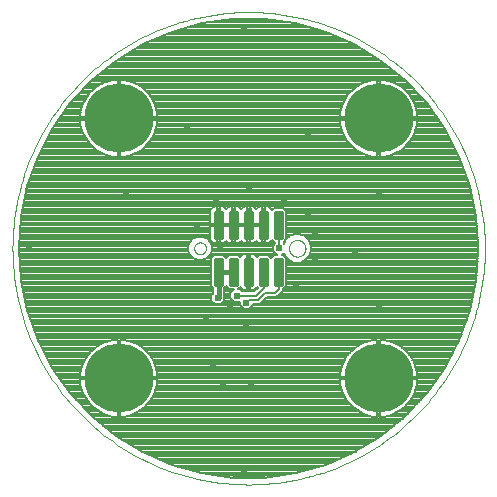
<source format=gbl>
G75*
%MOIN*%
%OFA0B0*%
%FSLAX25Y25*%
%IPPOS*%
%LPD*%
%AMOC8*
5,1,8,0,0,1.08239X$1,22.5*
%
%ADD10C,0.00394*%
%ADD11C,0.01575*%
%ADD12C,0.00000*%
%ADD13C,0.23000*%
%ADD14C,0.00787*%
%ADD15C,0.02381*%
D10*
X0001394Y0080134D02*
X0001418Y0082066D01*
X0001489Y0083998D01*
X0001607Y0085926D01*
X0001773Y0087852D01*
X0001986Y0089773D01*
X0002246Y0091688D01*
X0002553Y0093596D01*
X0002907Y0095495D01*
X0003307Y0097386D01*
X0003754Y0099266D01*
X0004246Y0101135D01*
X0004785Y0102991D01*
X0005368Y0104833D01*
X0005997Y0106661D01*
X0006670Y0108472D01*
X0007388Y0110266D01*
X0008149Y0112043D01*
X0008954Y0113800D01*
X0009802Y0115536D01*
X0010692Y0117252D01*
X0011623Y0118945D01*
X0012596Y0120614D01*
X0013610Y0122260D01*
X0014664Y0123880D01*
X0015757Y0125473D01*
X0016889Y0127039D01*
X0018060Y0128577D01*
X0019267Y0130086D01*
X0020511Y0131565D01*
X0021792Y0133013D01*
X0023107Y0134428D01*
X0024456Y0135812D01*
X0025840Y0137161D01*
X0027255Y0138476D01*
X0028703Y0139757D01*
X0030182Y0141001D01*
X0031691Y0142208D01*
X0033229Y0143379D01*
X0034795Y0144511D01*
X0036388Y0145604D01*
X0038008Y0146658D01*
X0039654Y0147672D01*
X0041323Y0148645D01*
X0043016Y0149576D01*
X0044732Y0150466D01*
X0046468Y0151314D01*
X0048225Y0152119D01*
X0050002Y0152880D01*
X0051796Y0153598D01*
X0053607Y0154271D01*
X0055435Y0154900D01*
X0057277Y0155483D01*
X0059133Y0156022D01*
X0061002Y0156514D01*
X0062882Y0156961D01*
X0064773Y0157361D01*
X0066672Y0157715D01*
X0068580Y0158022D01*
X0070495Y0158282D01*
X0072416Y0158495D01*
X0074342Y0158661D01*
X0076270Y0158779D01*
X0078202Y0158850D01*
X0080134Y0158874D01*
X0082066Y0158850D01*
X0083998Y0158779D01*
X0085926Y0158661D01*
X0087852Y0158495D01*
X0089773Y0158282D01*
X0091688Y0158022D01*
X0093596Y0157715D01*
X0095495Y0157361D01*
X0097386Y0156961D01*
X0099266Y0156514D01*
X0101135Y0156022D01*
X0102991Y0155483D01*
X0104833Y0154900D01*
X0106661Y0154271D01*
X0108472Y0153598D01*
X0110266Y0152880D01*
X0112043Y0152119D01*
X0113800Y0151314D01*
X0115536Y0150466D01*
X0117252Y0149576D01*
X0118945Y0148645D01*
X0120614Y0147672D01*
X0122260Y0146658D01*
X0123880Y0145604D01*
X0125473Y0144511D01*
X0127039Y0143379D01*
X0128577Y0142208D01*
X0130086Y0141001D01*
X0131565Y0139757D01*
X0133013Y0138476D01*
X0134428Y0137161D01*
X0135812Y0135812D01*
X0137161Y0134428D01*
X0138476Y0133013D01*
X0139757Y0131565D01*
X0141001Y0130086D01*
X0142208Y0128577D01*
X0143379Y0127039D01*
X0144511Y0125473D01*
X0145604Y0123880D01*
X0146658Y0122260D01*
X0147672Y0120614D01*
X0148645Y0118945D01*
X0149576Y0117252D01*
X0150466Y0115536D01*
X0151314Y0113800D01*
X0152119Y0112043D01*
X0152880Y0110266D01*
X0153598Y0108472D01*
X0154271Y0106661D01*
X0154900Y0104833D01*
X0155483Y0102991D01*
X0156022Y0101135D01*
X0156514Y0099266D01*
X0156961Y0097386D01*
X0157361Y0095495D01*
X0157715Y0093596D01*
X0158022Y0091688D01*
X0158282Y0089773D01*
X0158495Y0087852D01*
X0158661Y0085926D01*
X0158779Y0083998D01*
X0158850Y0082066D01*
X0158874Y0080134D01*
X0158850Y0078202D01*
X0158779Y0076270D01*
X0158661Y0074342D01*
X0158495Y0072416D01*
X0158282Y0070495D01*
X0158022Y0068580D01*
X0157715Y0066672D01*
X0157361Y0064773D01*
X0156961Y0062882D01*
X0156514Y0061002D01*
X0156022Y0059133D01*
X0155483Y0057277D01*
X0154900Y0055435D01*
X0154271Y0053607D01*
X0153598Y0051796D01*
X0152880Y0050002D01*
X0152119Y0048225D01*
X0151314Y0046468D01*
X0150466Y0044732D01*
X0149576Y0043016D01*
X0148645Y0041323D01*
X0147672Y0039654D01*
X0146658Y0038008D01*
X0145604Y0036388D01*
X0144511Y0034795D01*
X0143379Y0033229D01*
X0142208Y0031691D01*
X0141001Y0030182D01*
X0139757Y0028703D01*
X0138476Y0027255D01*
X0137161Y0025840D01*
X0135812Y0024456D01*
X0134428Y0023107D01*
X0133013Y0021792D01*
X0131565Y0020511D01*
X0130086Y0019267D01*
X0128577Y0018060D01*
X0127039Y0016889D01*
X0125473Y0015757D01*
X0123880Y0014664D01*
X0122260Y0013610D01*
X0120614Y0012596D01*
X0118945Y0011623D01*
X0117252Y0010692D01*
X0115536Y0009802D01*
X0113800Y0008954D01*
X0112043Y0008149D01*
X0110266Y0007388D01*
X0108472Y0006670D01*
X0106661Y0005997D01*
X0104833Y0005368D01*
X0102991Y0004785D01*
X0101135Y0004246D01*
X0099266Y0003754D01*
X0097386Y0003307D01*
X0095495Y0002907D01*
X0093596Y0002553D01*
X0091688Y0002246D01*
X0089773Y0001986D01*
X0087852Y0001773D01*
X0085926Y0001607D01*
X0083998Y0001489D01*
X0082066Y0001418D01*
X0080134Y0001394D01*
X0078202Y0001418D01*
X0076270Y0001489D01*
X0074342Y0001607D01*
X0072416Y0001773D01*
X0070495Y0001986D01*
X0068580Y0002246D01*
X0066672Y0002553D01*
X0064773Y0002907D01*
X0062882Y0003307D01*
X0061002Y0003754D01*
X0059133Y0004246D01*
X0057277Y0004785D01*
X0055435Y0005368D01*
X0053607Y0005997D01*
X0051796Y0006670D01*
X0050002Y0007388D01*
X0048225Y0008149D01*
X0046468Y0008954D01*
X0044732Y0009802D01*
X0043016Y0010692D01*
X0041323Y0011623D01*
X0039654Y0012596D01*
X0038008Y0013610D01*
X0036388Y0014664D01*
X0034795Y0015757D01*
X0033229Y0016889D01*
X0031691Y0018060D01*
X0030182Y0019267D01*
X0028703Y0020511D01*
X0027255Y0021792D01*
X0025840Y0023107D01*
X0024456Y0024456D01*
X0023107Y0025840D01*
X0021792Y0027255D01*
X0020511Y0028703D01*
X0019267Y0030182D01*
X0018060Y0031691D01*
X0016889Y0033229D01*
X0015757Y0034795D01*
X0014664Y0036388D01*
X0013610Y0038008D01*
X0012596Y0039654D01*
X0011623Y0041323D01*
X0010692Y0043016D01*
X0009802Y0044732D01*
X0008954Y0046468D01*
X0008149Y0048225D01*
X0007388Y0050002D01*
X0006670Y0051796D01*
X0005997Y0053607D01*
X0005368Y0055435D01*
X0004785Y0057277D01*
X0004246Y0059133D01*
X0003754Y0061002D01*
X0003307Y0062882D01*
X0002907Y0064773D01*
X0002553Y0066672D01*
X0002246Y0068580D01*
X0001986Y0070495D01*
X0001773Y0072416D01*
X0001607Y0074342D01*
X0001489Y0076270D01*
X0001418Y0078202D01*
X0001394Y0080134D01*
D11*
X0069346Y0091945D02*
X0070922Y0091945D01*
X0070922Y0084071D01*
X0069346Y0084071D01*
X0069346Y0091945D01*
X0069346Y0085645D02*
X0070922Y0085645D01*
X0070922Y0087219D02*
X0069346Y0087219D01*
X0069346Y0088793D02*
X0070922Y0088793D01*
X0070922Y0090367D02*
X0069346Y0090367D01*
X0069346Y0091941D02*
X0070922Y0091941D01*
X0074346Y0091945D02*
X0075922Y0091945D01*
X0075922Y0084071D01*
X0074346Y0084071D01*
X0074346Y0091945D01*
X0074346Y0085645D02*
X0075922Y0085645D01*
X0075922Y0087219D02*
X0074346Y0087219D01*
X0074346Y0088793D02*
X0075922Y0088793D01*
X0075922Y0090367D02*
X0074346Y0090367D01*
X0074346Y0091941D02*
X0075922Y0091941D01*
X0079346Y0091945D02*
X0080922Y0091945D01*
X0080922Y0084071D01*
X0079346Y0084071D01*
X0079346Y0091945D01*
X0079346Y0085645D02*
X0080922Y0085645D01*
X0080922Y0087219D02*
X0079346Y0087219D01*
X0079346Y0088793D02*
X0080922Y0088793D01*
X0080922Y0090367D02*
X0079346Y0090367D01*
X0079346Y0091941D02*
X0080922Y0091941D01*
X0084346Y0091945D02*
X0085922Y0091945D01*
X0085922Y0084071D01*
X0084346Y0084071D01*
X0084346Y0091945D01*
X0084346Y0085645D02*
X0085922Y0085645D01*
X0085922Y0087219D02*
X0084346Y0087219D01*
X0084346Y0088793D02*
X0085922Y0088793D01*
X0085922Y0090367D02*
X0084346Y0090367D01*
X0084346Y0091941D02*
X0085922Y0091941D01*
X0089346Y0091945D02*
X0090922Y0091945D01*
X0090922Y0084071D01*
X0089346Y0084071D01*
X0089346Y0091945D01*
X0089346Y0085645D02*
X0090922Y0085645D01*
X0090922Y0087219D02*
X0089346Y0087219D01*
X0089346Y0088793D02*
X0090922Y0088793D01*
X0090922Y0090367D02*
X0089346Y0090367D01*
X0089346Y0091941D02*
X0090922Y0091941D01*
X0090922Y0076197D02*
X0089346Y0076197D01*
X0090922Y0076197D02*
X0090922Y0068323D01*
X0089346Y0068323D01*
X0089346Y0076197D01*
X0089346Y0069897D02*
X0090922Y0069897D01*
X0090922Y0071471D02*
X0089346Y0071471D01*
X0089346Y0073045D02*
X0090922Y0073045D01*
X0090922Y0074619D02*
X0089346Y0074619D01*
X0089346Y0076193D02*
X0090922Y0076193D01*
X0085922Y0076197D02*
X0084346Y0076197D01*
X0085922Y0076197D02*
X0085922Y0068323D01*
X0084346Y0068323D01*
X0084346Y0076197D01*
X0084346Y0069897D02*
X0085922Y0069897D01*
X0085922Y0071471D02*
X0084346Y0071471D01*
X0084346Y0073045D02*
X0085922Y0073045D01*
X0085922Y0074619D02*
X0084346Y0074619D01*
X0084346Y0076193D02*
X0085922Y0076193D01*
X0080922Y0076197D02*
X0079346Y0076197D01*
X0080922Y0076197D02*
X0080922Y0068323D01*
X0079346Y0068323D01*
X0079346Y0076197D01*
X0079346Y0069897D02*
X0080922Y0069897D01*
X0080922Y0071471D02*
X0079346Y0071471D01*
X0079346Y0073045D02*
X0080922Y0073045D01*
X0080922Y0074619D02*
X0079346Y0074619D01*
X0079346Y0076193D02*
X0080922Y0076193D01*
X0075922Y0076197D02*
X0074346Y0076197D01*
X0075922Y0076197D02*
X0075922Y0068323D01*
X0074346Y0068323D01*
X0074346Y0076197D01*
X0074346Y0069897D02*
X0075922Y0069897D01*
X0075922Y0071471D02*
X0074346Y0071471D01*
X0074346Y0073045D02*
X0075922Y0073045D01*
X0075922Y0074619D02*
X0074346Y0074619D01*
X0074346Y0076193D02*
X0075922Y0076193D01*
X0075134Y0072260D02*
X0070134Y0072260D01*
X0069346Y0076197D02*
X0070922Y0076197D01*
X0070922Y0068323D01*
X0069346Y0068323D01*
X0069346Y0076197D01*
X0069346Y0069897D02*
X0070922Y0069897D01*
X0070922Y0071471D02*
X0069346Y0071471D01*
X0069346Y0073045D02*
X0070922Y0073045D01*
X0070922Y0074619D02*
X0069346Y0074619D01*
X0069346Y0076193D02*
X0070922Y0076193D01*
X0070134Y0072260D02*
X0070134Y0063835D01*
X0069898Y0063598D01*
D12*
X0061964Y0080134D02*
X0061966Y0080222D01*
X0061972Y0080310D01*
X0061982Y0080398D01*
X0061996Y0080486D01*
X0062013Y0080572D01*
X0062035Y0080658D01*
X0062060Y0080742D01*
X0062090Y0080826D01*
X0062122Y0080908D01*
X0062159Y0080988D01*
X0062199Y0081067D01*
X0062243Y0081144D01*
X0062290Y0081219D01*
X0062340Y0081291D01*
X0062394Y0081362D01*
X0062450Y0081429D01*
X0062510Y0081495D01*
X0062572Y0081557D01*
X0062638Y0081617D01*
X0062705Y0081673D01*
X0062776Y0081727D01*
X0062848Y0081777D01*
X0062923Y0081824D01*
X0063000Y0081868D01*
X0063079Y0081908D01*
X0063159Y0081945D01*
X0063241Y0081977D01*
X0063325Y0082007D01*
X0063409Y0082032D01*
X0063495Y0082054D01*
X0063581Y0082071D01*
X0063669Y0082085D01*
X0063757Y0082095D01*
X0063845Y0082101D01*
X0063933Y0082103D01*
X0064021Y0082101D01*
X0064109Y0082095D01*
X0064197Y0082085D01*
X0064285Y0082071D01*
X0064371Y0082054D01*
X0064457Y0082032D01*
X0064541Y0082007D01*
X0064625Y0081977D01*
X0064707Y0081945D01*
X0064787Y0081908D01*
X0064866Y0081868D01*
X0064943Y0081824D01*
X0065018Y0081777D01*
X0065090Y0081727D01*
X0065161Y0081673D01*
X0065228Y0081617D01*
X0065294Y0081557D01*
X0065356Y0081495D01*
X0065416Y0081429D01*
X0065472Y0081362D01*
X0065526Y0081291D01*
X0065576Y0081219D01*
X0065623Y0081144D01*
X0065667Y0081067D01*
X0065707Y0080988D01*
X0065744Y0080908D01*
X0065776Y0080826D01*
X0065806Y0080742D01*
X0065831Y0080658D01*
X0065853Y0080572D01*
X0065870Y0080486D01*
X0065884Y0080398D01*
X0065894Y0080310D01*
X0065900Y0080222D01*
X0065902Y0080134D01*
X0065900Y0080046D01*
X0065894Y0079958D01*
X0065884Y0079870D01*
X0065870Y0079782D01*
X0065853Y0079696D01*
X0065831Y0079610D01*
X0065806Y0079526D01*
X0065776Y0079442D01*
X0065744Y0079360D01*
X0065707Y0079280D01*
X0065667Y0079201D01*
X0065623Y0079124D01*
X0065576Y0079049D01*
X0065526Y0078977D01*
X0065472Y0078906D01*
X0065416Y0078839D01*
X0065356Y0078773D01*
X0065294Y0078711D01*
X0065228Y0078651D01*
X0065161Y0078595D01*
X0065090Y0078541D01*
X0065018Y0078491D01*
X0064943Y0078444D01*
X0064866Y0078400D01*
X0064787Y0078360D01*
X0064707Y0078323D01*
X0064625Y0078291D01*
X0064541Y0078261D01*
X0064457Y0078236D01*
X0064371Y0078214D01*
X0064285Y0078197D01*
X0064197Y0078183D01*
X0064109Y0078173D01*
X0064021Y0078167D01*
X0063933Y0078165D01*
X0063845Y0078167D01*
X0063757Y0078173D01*
X0063669Y0078183D01*
X0063581Y0078197D01*
X0063495Y0078214D01*
X0063409Y0078236D01*
X0063325Y0078261D01*
X0063241Y0078291D01*
X0063159Y0078323D01*
X0063079Y0078360D01*
X0063000Y0078400D01*
X0062923Y0078444D01*
X0062848Y0078491D01*
X0062776Y0078541D01*
X0062705Y0078595D01*
X0062638Y0078651D01*
X0062572Y0078711D01*
X0062510Y0078773D01*
X0062450Y0078839D01*
X0062394Y0078906D01*
X0062340Y0078977D01*
X0062290Y0079049D01*
X0062243Y0079124D01*
X0062199Y0079201D01*
X0062159Y0079280D01*
X0062122Y0079360D01*
X0062090Y0079442D01*
X0062060Y0079526D01*
X0062035Y0079610D01*
X0062013Y0079696D01*
X0061996Y0079782D01*
X0061982Y0079870D01*
X0061972Y0079958D01*
X0061966Y0080046D01*
X0061964Y0080134D01*
X0093579Y0080134D02*
X0093581Y0080239D01*
X0093587Y0080344D01*
X0093597Y0080448D01*
X0093611Y0080552D01*
X0093629Y0080656D01*
X0093651Y0080758D01*
X0093676Y0080860D01*
X0093706Y0080961D01*
X0093739Y0081060D01*
X0093776Y0081158D01*
X0093817Y0081255D01*
X0093862Y0081350D01*
X0093910Y0081443D01*
X0093961Y0081535D01*
X0094017Y0081624D01*
X0094075Y0081711D01*
X0094137Y0081796D01*
X0094201Y0081879D01*
X0094269Y0081959D01*
X0094340Y0082036D01*
X0094414Y0082110D01*
X0094491Y0082182D01*
X0094570Y0082251D01*
X0094652Y0082316D01*
X0094736Y0082379D01*
X0094823Y0082438D01*
X0094912Y0082494D01*
X0095003Y0082547D01*
X0095096Y0082596D01*
X0095190Y0082641D01*
X0095286Y0082683D01*
X0095384Y0082721D01*
X0095483Y0082755D01*
X0095584Y0082786D01*
X0095685Y0082812D01*
X0095788Y0082835D01*
X0095891Y0082854D01*
X0095995Y0082869D01*
X0096099Y0082880D01*
X0096204Y0082887D01*
X0096309Y0082890D01*
X0096414Y0082889D01*
X0096519Y0082884D01*
X0096623Y0082875D01*
X0096727Y0082862D01*
X0096831Y0082845D01*
X0096934Y0082824D01*
X0097036Y0082799D01*
X0097137Y0082771D01*
X0097236Y0082738D01*
X0097335Y0082702D01*
X0097432Y0082662D01*
X0097527Y0082619D01*
X0097621Y0082571D01*
X0097713Y0082521D01*
X0097803Y0082467D01*
X0097891Y0082409D01*
X0097976Y0082348D01*
X0098059Y0082284D01*
X0098140Y0082217D01*
X0098218Y0082147D01*
X0098293Y0082073D01*
X0098365Y0081998D01*
X0098435Y0081919D01*
X0098501Y0081838D01*
X0098565Y0081754D01*
X0098625Y0081668D01*
X0098681Y0081580D01*
X0098735Y0081489D01*
X0098785Y0081397D01*
X0098831Y0081303D01*
X0098874Y0081207D01*
X0098913Y0081109D01*
X0098948Y0081011D01*
X0098979Y0080910D01*
X0099007Y0080809D01*
X0099031Y0080707D01*
X0099051Y0080604D01*
X0099067Y0080500D01*
X0099079Y0080396D01*
X0099087Y0080291D01*
X0099091Y0080186D01*
X0099091Y0080082D01*
X0099087Y0079977D01*
X0099079Y0079872D01*
X0099067Y0079768D01*
X0099051Y0079664D01*
X0099031Y0079561D01*
X0099007Y0079459D01*
X0098979Y0079358D01*
X0098948Y0079257D01*
X0098913Y0079159D01*
X0098874Y0079061D01*
X0098831Y0078965D01*
X0098785Y0078871D01*
X0098735Y0078779D01*
X0098681Y0078688D01*
X0098625Y0078600D01*
X0098565Y0078514D01*
X0098501Y0078430D01*
X0098435Y0078349D01*
X0098365Y0078270D01*
X0098293Y0078195D01*
X0098218Y0078121D01*
X0098140Y0078051D01*
X0098059Y0077984D01*
X0097976Y0077920D01*
X0097891Y0077859D01*
X0097803Y0077801D01*
X0097713Y0077747D01*
X0097621Y0077697D01*
X0097527Y0077649D01*
X0097432Y0077606D01*
X0097335Y0077566D01*
X0097236Y0077530D01*
X0097137Y0077497D01*
X0097036Y0077469D01*
X0096934Y0077444D01*
X0096831Y0077423D01*
X0096727Y0077406D01*
X0096623Y0077393D01*
X0096519Y0077384D01*
X0096414Y0077379D01*
X0096309Y0077378D01*
X0096204Y0077381D01*
X0096099Y0077388D01*
X0095995Y0077399D01*
X0095891Y0077414D01*
X0095788Y0077433D01*
X0095685Y0077456D01*
X0095584Y0077482D01*
X0095483Y0077513D01*
X0095384Y0077547D01*
X0095286Y0077585D01*
X0095190Y0077627D01*
X0095096Y0077672D01*
X0095003Y0077721D01*
X0094912Y0077774D01*
X0094823Y0077830D01*
X0094736Y0077889D01*
X0094652Y0077952D01*
X0094570Y0078017D01*
X0094491Y0078086D01*
X0094414Y0078158D01*
X0094340Y0078232D01*
X0094269Y0078309D01*
X0094201Y0078389D01*
X0094137Y0078472D01*
X0094075Y0078557D01*
X0094017Y0078644D01*
X0093961Y0078733D01*
X0093910Y0078825D01*
X0093862Y0078918D01*
X0093817Y0079013D01*
X0093776Y0079110D01*
X0093739Y0079208D01*
X0093706Y0079307D01*
X0093676Y0079408D01*
X0093651Y0079510D01*
X0093629Y0079612D01*
X0093611Y0079716D01*
X0093597Y0079820D01*
X0093587Y0079924D01*
X0093581Y0080029D01*
X0093579Y0080134D01*
D13*
X0123441Y0123441D03*
X0123441Y0036827D03*
X0036827Y0036827D03*
X0036827Y0123441D03*
D14*
X0031756Y0024971D02*
X0027120Y0024971D01*
X0027854Y0024185D02*
X0034289Y0024185D01*
X0033690Y0024304D02*
X0034933Y0024057D01*
X0036193Y0023933D01*
X0036433Y0023933D01*
X0036433Y0036433D01*
X0037220Y0036433D01*
X0037220Y0023933D01*
X0037460Y0023933D01*
X0038721Y0024057D01*
X0039963Y0024304D01*
X0041176Y0024672D01*
X0042346Y0025157D01*
X0043463Y0025754D01*
X0044517Y0026458D01*
X0045496Y0027262D01*
X0046392Y0028157D01*
X0047196Y0029137D01*
X0047899Y0030190D01*
X0048497Y0031307D01*
X0048981Y0032478D01*
X0049349Y0033690D01*
X0049596Y0034933D01*
X0049720Y0036193D01*
X0049720Y0036433D01*
X0037221Y0036433D01*
X0037221Y0037220D01*
X0049720Y0037220D01*
X0049720Y0037460D01*
X0049596Y0038721D01*
X0049349Y0039963D01*
X0048981Y0041176D01*
X0048497Y0042346D01*
X0047899Y0043463D01*
X0047196Y0044517D01*
X0046392Y0045496D01*
X0045496Y0046392D01*
X0044517Y0047196D01*
X0043463Y0047899D01*
X0042346Y0048497D01*
X0041176Y0048981D01*
X0039963Y0049349D01*
X0038721Y0049596D01*
X0037460Y0049720D01*
X0037220Y0049720D01*
X0037220Y0037221D01*
X0036433Y0037221D01*
X0036433Y0049720D01*
X0036193Y0049720D01*
X0034933Y0049596D01*
X0033690Y0049349D01*
X0032478Y0048981D01*
X0031307Y0048497D01*
X0030190Y0047899D01*
X0029137Y0047196D01*
X0028157Y0046392D01*
X0027262Y0045496D01*
X0026458Y0044517D01*
X0025754Y0043463D01*
X0025157Y0042346D01*
X0024672Y0041176D01*
X0024304Y0039963D01*
X0024057Y0038721D01*
X0023933Y0037460D01*
X0023933Y0037220D01*
X0036433Y0037220D01*
X0036433Y0036433D01*
X0023933Y0036433D01*
X0023933Y0036193D01*
X0024057Y0034933D01*
X0024304Y0033690D01*
X0024672Y0032478D01*
X0025157Y0031307D01*
X0025754Y0030190D01*
X0026458Y0029137D01*
X0027262Y0028157D01*
X0028157Y0027262D01*
X0029137Y0026458D01*
X0030190Y0025754D01*
X0031307Y0025157D01*
X0032478Y0024672D01*
X0033690Y0024304D01*
X0036433Y0024185D02*
X0037220Y0024185D01*
X0037220Y0024971D02*
X0036433Y0024971D01*
X0036433Y0025757D02*
X0037220Y0025757D01*
X0037220Y0026543D02*
X0036433Y0026543D01*
X0036433Y0027329D02*
X0037220Y0027329D01*
X0037220Y0028115D02*
X0036433Y0028115D01*
X0036433Y0028901D02*
X0037220Y0028901D01*
X0037220Y0029687D02*
X0036433Y0029687D01*
X0036433Y0030472D02*
X0037220Y0030472D01*
X0037220Y0031258D02*
X0036433Y0031258D01*
X0036433Y0032044D02*
X0037220Y0032044D01*
X0037220Y0032830D02*
X0036433Y0032830D01*
X0036433Y0033616D02*
X0037220Y0033616D01*
X0037220Y0034402D02*
X0036433Y0034402D01*
X0036433Y0035188D02*
X0037220Y0035188D01*
X0037220Y0035974D02*
X0036433Y0035974D01*
X0036433Y0036760D02*
X0017239Y0036760D01*
X0016684Y0037546D02*
X0023941Y0037546D01*
X0024019Y0038332D02*
X0016129Y0038332D01*
X0015575Y0039118D02*
X0024136Y0039118D01*
X0024292Y0039903D02*
X0015020Y0039903D01*
X0014707Y0040347D02*
X0009899Y0049626D01*
X0006399Y0059474D01*
X0004272Y0069707D01*
X0003559Y0080134D01*
X0004272Y0090561D01*
X0006399Y0100793D01*
X0009899Y0110641D01*
X0014707Y0119921D01*
X0020734Y0128459D01*
X0027867Y0136097D01*
X0035975Y0142693D01*
X0044904Y0148123D01*
X0054491Y0152287D01*
X0064554Y0155107D01*
X0074908Y0156530D01*
X0085359Y0156530D01*
X0095713Y0155107D01*
X0105777Y0152287D01*
X0115363Y0148123D01*
X0124293Y0142693D01*
X0132400Y0136097D01*
X0139534Y0128459D01*
X0145561Y0119921D01*
X0150369Y0110641D01*
X0153869Y0100793D01*
X0155995Y0090561D01*
X0156709Y0080134D01*
X0155995Y0069707D01*
X0153869Y0059474D01*
X0150369Y0049626D01*
X0145561Y0040347D01*
X0139534Y0031808D01*
X0132400Y0024170D01*
X0124293Y0017575D01*
X0115363Y0012144D01*
X0105777Y0007980D01*
X0095713Y0005161D01*
X0085360Y0003738D01*
X0074908Y0003738D01*
X0064554Y0005161D01*
X0054491Y0007980D01*
X0044904Y0012144D01*
X0035975Y0017575D01*
X0027867Y0024170D01*
X0020734Y0031808D01*
X0014707Y0040347D01*
X0014529Y0040689D02*
X0024525Y0040689D01*
X0024796Y0041475D02*
X0014122Y0041475D01*
X0013715Y0042261D02*
X0025122Y0042261D01*
X0025532Y0043047D02*
X0013308Y0043047D01*
X0012900Y0043833D02*
X0026001Y0043833D01*
X0026542Y0044619D02*
X0012493Y0044619D01*
X0012086Y0045405D02*
X0027187Y0045405D01*
X0027956Y0046191D02*
X0011679Y0046191D01*
X0011272Y0046977D02*
X0028870Y0046977D01*
X0029985Y0047763D02*
X0010864Y0047763D01*
X0010457Y0048548D02*
X0031433Y0048548D01*
X0033641Y0049334D02*
X0010050Y0049334D01*
X0009723Y0050120D02*
X0150545Y0050120D01*
X0150824Y0050906D02*
X0009444Y0050906D01*
X0009164Y0051692D02*
X0151103Y0051692D01*
X0151383Y0052478D02*
X0008885Y0052478D01*
X0008606Y0053264D02*
X0151662Y0053264D01*
X0151941Y0054050D02*
X0008326Y0054050D01*
X0008047Y0054836D02*
X0152221Y0054836D01*
X0152500Y0055622D02*
X0007768Y0055622D01*
X0007489Y0056408D02*
X0152779Y0056408D01*
X0153059Y0057194D02*
X0007209Y0057194D01*
X0006930Y0057979D02*
X0153338Y0057979D01*
X0153617Y0058765D02*
X0006651Y0058765D01*
X0006383Y0059551D02*
X0153885Y0059551D01*
X0154048Y0060337D02*
X0080736Y0060337D01*
X0080247Y0059849D02*
X0081521Y0061123D01*
X0154212Y0061123D01*
X0154375Y0061909D02*
X0084330Y0061909D01*
X0084661Y0062240D02*
X0086216Y0063795D01*
X0089366Y0063795D01*
X0090173Y0064602D01*
X0091512Y0065941D01*
X0091512Y0066551D01*
X0091655Y0066551D01*
X0092693Y0067589D01*
X0092693Y0076931D01*
X0091655Y0077968D01*
X0091280Y0077968D01*
X0091873Y0078561D01*
X0092329Y0077458D01*
X0093658Y0076129D01*
X0095395Y0075409D01*
X0097274Y0075409D01*
X0099011Y0076129D01*
X0100340Y0077458D01*
X0101059Y0079194D01*
X0101059Y0081074D01*
X0100340Y0082810D01*
X0099011Y0084139D01*
X0097274Y0084858D01*
X0095395Y0084858D01*
X0093658Y0084139D01*
X0092329Y0082810D01*
X0091873Y0081707D01*
X0091748Y0081832D01*
X0091748Y0082392D01*
X0092693Y0083337D01*
X0092693Y0092679D01*
X0091655Y0093717D01*
X0088613Y0093717D01*
X0087855Y0092958D01*
X0087667Y0093284D01*
X0087260Y0093690D01*
X0086763Y0093977D01*
X0086208Y0094126D01*
X0085528Y0094126D01*
X0085528Y0088402D01*
X0084740Y0088402D01*
X0084740Y0094126D01*
X0084059Y0094126D01*
X0083505Y0093977D01*
X0083007Y0093690D01*
X0082634Y0093317D01*
X0082260Y0093690D01*
X0081763Y0093977D01*
X0081208Y0094126D01*
X0080528Y0094126D01*
X0080528Y0088402D01*
X0079740Y0088402D01*
X0079740Y0094126D01*
X0079059Y0094126D01*
X0078505Y0093977D01*
X0078007Y0093690D01*
X0077634Y0093317D01*
X0077260Y0093690D01*
X0076763Y0093977D01*
X0076208Y0094126D01*
X0075528Y0094126D01*
X0075528Y0088402D01*
X0074740Y0088402D01*
X0074740Y0094126D01*
X0074059Y0094126D01*
X0073505Y0093977D01*
X0073007Y0093690D01*
X0072634Y0093317D01*
X0072260Y0093690D01*
X0071763Y0093977D01*
X0071208Y0094126D01*
X0070528Y0094126D01*
X0070528Y0088402D01*
X0069740Y0088402D01*
X0069740Y0094126D01*
X0069059Y0094126D01*
X0068505Y0093977D01*
X0068007Y0093690D01*
X0067601Y0093284D01*
X0067314Y0092787D01*
X0067165Y0092232D01*
X0067165Y0088402D01*
X0069740Y0088402D01*
X0069740Y0087614D01*
X0070528Y0087614D01*
X0070528Y0088402D01*
X0073102Y0088402D01*
X0074740Y0088402D01*
X0074740Y0087614D01*
X0075528Y0087614D01*
X0075528Y0088402D01*
X0078102Y0088402D01*
X0079740Y0088402D01*
X0079740Y0087614D01*
X0080528Y0087614D01*
X0080528Y0088402D01*
X0083102Y0088402D01*
X0084740Y0088402D01*
X0084740Y0087614D01*
X0085528Y0087614D01*
X0085528Y0081890D01*
X0086208Y0081890D01*
X0086763Y0082038D01*
X0087260Y0082326D01*
X0087667Y0082732D01*
X0087855Y0083057D01*
X0088613Y0082299D01*
X0088992Y0082299D01*
X0088992Y0081832D01*
X0088195Y0081035D01*
X0088195Y0079233D01*
X0089460Y0077968D01*
X0088613Y0077968D01*
X0087634Y0076990D01*
X0086655Y0077968D01*
X0083613Y0077968D01*
X0082855Y0077210D01*
X0082667Y0077536D01*
X0082260Y0077942D01*
X0081763Y0078229D01*
X0081208Y0078378D01*
X0080528Y0078378D01*
X0080528Y0072654D01*
X0079740Y0072654D01*
X0079740Y0078378D01*
X0079059Y0078378D01*
X0078505Y0078229D01*
X0078007Y0077942D01*
X0077601Y0077536D01*
X0077413Y0077210D01*
X0076655Y0077968D01*
X0073613Y0077968D01*
X0072634Y0076990D01*
X0071655Y0077968D01*
X0068613Y0077968D01*
X0067575Y0076931D01*
X0067575Y0067589D01*
X0068362Y0066802D01*
X0068362Y0065139D01*
X0067723Y0064499D01*
X0067723Y0062698D01*
X0068997Y0061424D01*
X0070798Y0061424D01*
X0072072Y0062698D01*
X0072072Y0064499D01*
X0071905Y0064666D01*
X0071905Y0066802D01*
X0072634Y0067530D01*
X0073613Y0066551D01*
X0075287Y0066551D01*
X0074022Y0065287D01*
X0074022Y0063485D01*
X0075296Y0062211D01*
X0077098Y0062211D01*
X0077172Y0062285D01*
X0077172Y0061123D01*
X0006056Y0061123D01*
X0006219Y0060337D02*
X0077957Y0060337D01*
X0078446Y0059849D02*
X0080247Y0059849D01*
X0081521Y0061123D02*
X0081521Y0061433D01*
X0083854Y0061433D01*
X0084661Y0062240D01*
X0085116Y0062695D02*
X0154538Y0062695D01*
X0154702Y0063481D02*
X0085902Y0063481D01*
X0085646Y0065173D02*
X0083283Y0062811D01*
X0080134Y0062811D01*
X0079346Y0062024D01*
X0077172Y0061909D02*
X0071284Y0061909D01*
X0072070Y0062695D02*
X0074812Y0062695D01*
X0074026Y0063481D02*
X0072072Y0063481D01*
X0072072Y0064267D02*
X0074022Y0064267D01*
X0074022Y0065053D02*
X0071905Y0065053D01*
X0071905Y0065839D02*
X0074574Y0065839D01*
X0073539Y0066624D02*
X0071905Y0066624D01*
X0072514Y0067410D02*
X0072753Y0067410D01*
X0076665Y0066561D02*
X0077413Y0067309D01*
X0077601Y0066984D01*
X0078007Y0066578D01*
X0078505Y0066290D01*
X0079059Y0066142D01*
X0079740Y0066142D01*
X0079740Y0071866D01*
X0080528Y0071866D01*
X0080528Y0066142D01*
X0081208Y0066142D01*
X0081763Y0066290D01*
X0082260Y0066578D01*
X0082667Y0066984D01*
X0082855Y0067309D01*
X0083163Y0067001D01*
X0081925Y0065764D01*
X0077895Y0065764D01*
X0077098Y0066561D01*
X0076665Y0066561D01*
X0076728Y0066624D02*
X0077960Y0066624D01*
X0077820Y0065839D02*
X0082000Y0065839D01*
X0082307Y0066624D02*
X0082786Y0066624D01*
X0082496Y0064386D02*
X0076197Y0064386D01*
X0077172Y0061123D02*
X0078446Y0059849D01*
X0082496Y0064386D02*
X0085134Y0067024D01*
X0085134Y0072260D01*
X0080528Y0072912D02*
X0079740Y0072912D01*
X0079740Y0073698D02*
X0080528Y0073698D01*
X0080528Y0074484D02*
X0079740Y0074484D01*
X0079740Y0075270D02*
X0080528Y0075270D01*
X0080528Y0076055D02*
X0079740Y0076055D01*
X0079740Y0076841D02*
X0080528Y0076841D01*
X0080528Y0077627D02*
X0079740Y0077627D01*
X0077692Y0077627D02*
X0076996Y0077627D01*
X0073271Y0077627D02*
X0071996Y0077627D01*
X0068271Y0077627D02*
X0066994Y0077627D01*
X0067271Y0077904D02*
X0067870Y0079351D01*
X0067870Y0080917D01*
X0067271Y0082364D01*
X0066163Y0083471D01*
X0064716Y0084071D01*
X0063150Y0084071D01*
X0061703Y0083471D01*
X0060595Y0082364D01*
X0059996Y0080917D01*
X0059996Y0079351D01*
X0060595Y0077904D01*
X0061703Y0076796D01*
X0063150Y0076197D01*
X0064716Y0076197D01*
X0066163Y0076796D01*
X0067271Y0077904D01*
X0067482Y0078413D02*
X0089015Y0078413D01*
X0088271Y0077627D02*
X0086996Y0077627D01*
X0088229Y0079199D02*
X0067807Y0079199D01*
X0067870Y0079985D02*
X0088195Y0079985D01*
X0088195Y0080771D02*
X0067870Y0080771D01*
X0067605Y0081557D02*
X0088717Y0081557D01*
X0088569Y0082343D02*
X0087278Y0082343D01*
X0085528Y0082343D02*
X0084740Y0082343D01*
X0084740Y0081890D02*
X0084740Y0087614D01*
X0080528Y0087614D01*
X0080528Y0081890D01*
X0081208Y0081890D01*
X0081763Y0082038D01*
X0082260Y0082326D01*
X0082634Y0082699D01*
X0083007Y0082326D01*
X0083505Y0082038D01*
X0084059Y0081890D01*
X0084740Y0081890D01*
X0084740Y0083129D02*
X0085528Y0083129D01*
X0085528Y0083915D02*
X0084740Y0083915D01*
X0084740Y0084700D02*
X0085528Y0084700D01*
X0085528Y0085486D02*
X0084740Y0085486D01*
X0084740Y0086272D02*
X0085528Y0086272D01*
X0085528Y0087058D02*
X0084740Y0087058D01*
X0084740Y0087844D02*
X0080528Y0087844D01*
X0080134Y0088008D02*
X0080134Y0092732D01*
X0079740Y0092560D02*
X0080528Y0092560D01*
X0080528Y0093346D02*
X0079740Y0093346D01*
X0079740Y0091774D02*
X0080528Y0091774D01*
X0080528Y0090988D02*
X0079740Y0090988D01*
X0079740Y0090202D02*
X0080528Y0090202D01*
X0080528Y0089416D02*
X0079740Y0089416D01*
X0079740Y0088630D02*
X0080528Y0088630D01*
X0079740Y0087844D02*
X0075528Y0087844D01*
X0075528Y0087614D02*
X0079740Y0087614D01*
X0079740Y0081890D01*
X0079059Y0081890D01*
X0078505Y0082038D01*
X0078007Y0082326D01*
X0077634Y0082699D01*
X0077260Y0082326D01*
X0076763Y0082038D01*
X0076208Y0081890D01*
X0075528Y0081890D01*
X0075528Y0087614D01*
X0075528Y0087058D02*
X0074740Y0087058D01*
X0074740Y0087614D02*
X0074740Y0081890D01*
X0074059Y0081890D01*
X0073505Y0082038D01*
X0073007Y0082326D01*
X0072634Y0082699D01*
X0072260Y0082326D01*
X0071763Y0082038D01*
X0071208Y0081890D01*
X0070528Y0081890D01*
X0070528Y0087614D01*
X0074740Y0087614D01*
X0074740Y0087844D02*
X0070528Y0087844D01*
X0070528Y0087058D02*
X0069740Y0087058D01*
X0069740Y0087614D02*
X0069740Y0081890D01*
X0069059Y0081890D01*
X0068505Y0082038D01*
X0068007Y0082326D01*
X0067601Y0082732D01*
X0067314Y0083229D01*
X0067165Y0083784D01*
X0067165Y0087614D01*
X0069740Y0087614D01*
X0069740Y0087844D02*
X0004086Y0087844D01*
X0004033Y0087058D02*
X0067165Y0087058D01*
X0067165Y0086272D02*
X0003979Y0086272D01*
X0003925Y0085486D02*
X0067165Y0085486D01*
X0067165Y0084700D02*
X0003871Y0084700D01*
X0003818Y0083915D02*
X0062773Y0083915D01*
X0061360Y0083129D02*
X0003764Y0083129D01*
X0003710Y0082343D02*
X0060587Y0082343D01*
X0060261Y0081557D02*
X0003656Y0081557D01*
X0003603Y0080771D02*
X0059996Y0080771D01*
X0059996Y0079985D02*
X0003569Y0079985D01*
X0003623Y0079199D02*
X0060059Y0079199D01*
X0060384Y0078413D02*
X0003677Y0078413D01*
X0003731Y0077627D02*
X0060872Y0077627D01*
X0061658Y0076841D02*
X0003784Y0076841D01*
X0003838Y0076055D02*
X0067575Y0076055D01*
X0067575Y0075270D02*
X0003892Y0075270D01*
X0003946Y0074484D02*
X0067575Y0074484D01*
X0067575Y0073698D02*
X0003999Y0073698D01*
X0004053Y0072912D02*
X0067575Y0072912D01*
X0067575Y0072126D02*
X0004107Y0072126D01*
X0004161Y0071340D02*
X0067575Y0071340D01*
X0067575Y0070554D02*
X0004214Y0070554D01*
X0004268Y0069768D02*
X0067575Y0069768D01*
X0067575Y0068982D02*
X0004423Y0068982D01*
X0004586Y0068196D02*
X0067575Y0068196D01*
X0067753Y0067410D02*
X0004749Y0067410D01*
X0004913Y0066624D02*
X0068362Y0066624D01*
X0068362Y0065839D02*
X0005076Y0065839D01*
X0005239Y0065053D02*
X0068276Y0065053D01*
X0067723Y0064267D02*
X0005403Y0064267D01*
X0005566Y0063481D02*
X0067723Y0063481D01*
X0067726Y0062695D02*
X0005729Y0062695D01*
X0005893Y0061909D02*
X0068511Y0061909D01*
X0079740Y0066624D02*
X0080528Y0066624D01*
X0080528Y0067410D02*
X0079740Y0067410D01*
X0079740Y0068196D02*
X0080528Y0068196D01*
X0080528Y0068982D02*
X0079740Y0068982D01*
X0079740Y0069768D02*
X0080528Y0069768D01*
X0080528Y0070554D02*
X0079740Y0070554D01*
X0079740Y0071340D02*
X0080528Y0071340D01*
X0082575Y0077627D02*
X0083271Y0077627D01*
X0082990Y0082343D02*
X0082278Y0082343D01*
X0080528Y0082343D02*
X0079740Y0082343D01*
X0079740Y0083129D02*
X0080528Y0083129D01*
X0080528Y0083915D02*
X0079740Y0083915D01*
X0079740Y0084700D02*
X0080528Y0084700D01*
X0080528Y0085486D02*
X0079740Y0085486D01*
X0079740Y0086272D02*
X0080528Y0086272D01*
X0080528Y0087058D02*
X0079740Y0087058D01*
X0075528Y0086272D02*
X0074740Y0086272D01*
X0074740Y0085486D02*
X0075528Y0085486D01*
X0075528Y0084700D02*
X0074740Y0084700D01*
X0074740Y0083915D02*
X0075528Y0083915D01*
X0075528Y0083129D02*
X0074740Y0083129D01*
X0074740Y0082343D02*
X0075528Y0082343D01*
X0077278Y0082343D02*
X0077990Y0082343D01*
X0072990Y0082343D02*
X0072278Y0082343D01*
X0070528Y0082343D02*
X0069740Y0082343D01*
X0069740Y0083129D02*
X0070528Y0083129D01*
X0070528Y0083915D02*
X0069740Y0083915D01*
X0069740Y0084700D02*
X0070528Y0084700D01*
X0070528Y0085486D02*
X0069740Y0085486D01*
X0069740Y0086272D02*
X0070528Y0086272D01*
X0070528Y0088630D02*
X0069740Y0088630D01*
X0069740Y0089416D02*
X0070528Y0089416D01*
X0070528Y0090202D02*
X0069740Y0090202D01*
X0069740Y0090988D02*
X0070528Y0090988D01*
X0070528Y0091774D02*
X0069740Y0091774D01*
X0069740Y0092560D02*
X0070528Y0092560D01*
X0070528Y0093346D02*
X0069740Y0093346D01*
X0067663Y0093346D02*
X0004851Y0093346D01*
X0005014Y0094131D02*
X0155253Y0094131D01*
X0155417Y0093346D02*
X0092026Y0093346D01*
X0092693Y0092560D02*
X0155580Y0092560D01*
X0155743Y0091774D02*
X0092693Y0091774D01*
X0092693Y0090988D02*
X0155907Y0090988D01*
X0156020Y0090202D02*
X0092693Y0090202D01*
X0092693Y0089416D02*
X0156074Y0089416D01*
X0156127Y0088630D02*
X0092693Y0088630D01*
X0092693Y0087844D02*
X0156181Y0087844D01*
X0156235Y0087058D02*
X0092693Y0087058D01*
X0092693Y0086272D02*
X0156289Y0086272D01*
X0156343Y0085486D02*
X0092693Y0085486D01*
X0092693Y0084700D02*
X0095014Y0084700D01*
X0093434Y0083915D02*
X0092693Y0083915D01*
X0092648Y0083129D02*
X0092485Y0083129D01*
X0092136Y0082343D02*
X0091748Y0082343D01*
X0090370Y0080134D02*
X0090370Y0087772D01*
X0090134Y0088008D01*
X0085528Y0088630D02*
X0084740Y0088630D01*
X0084740Y0089416D02*
X0085528Y0089416D01*
X0085528Y0090202D02*
X0084740Y0090202D01*
X0084740Y0090988D02*
X0085528Y0090988D01*
X0085528Y0091774D02*
X0084740Y0091774D01*
X0084740Y0092560D02*
X0085528Y0092560D01*
X0085528Y0093346D02*
X0084740Y0093346D01*
X0082663Y0093346D02*
X0082605Y0093346D01*
X0077663Y0093346D02*
X0077605Y0093346D01*
X0075528Y0093346D02*
X0074740Y0093346D01*
X0074740Y0092560D02*
X0075528Y0092560D01*
X0075528Y0091774D02*
X0074740Y0091774D01*
X0074740Y0090988D02*
X0075528Y0090988D01*
X0075528Y0090202D02*
X0074740Y0090202D01*
X0074740Y0089416D02*
X0075528Y0089416D01*
X0075528Y0088630D02*
X0074740Y0088630D01*
X0072663Y0093346D02*
X0072605Y0093346D01*
X0067253Y0092560D02*
X0004688Y0092560D01*
X0004524Y0091774D02*
X0067165Y0091774D01*
X0067165Y0090988D02*
X0004361Y0090988D01*
X0004248Y0090202D02*
X0067165Y0090202D01*
X0067165Y0089416D02*
X0004194Y0089416D01*
X0004140Y0088630D02*
X0067165Y0088630D01*
X0067165Y0083915D02*
X0065094Y0083915D01*
X0066506Y0083129D02*
X0067372Y0083129D01*
X0067280Y0082343D02*
X0067990Y0082343D01*
X0067575Y0076841D02*
X0066208Y0076841D01*
X0085646Y0065173D02*
X0088795Y0065173D01*
X0090134Y0066512D01*
X0090134Y0072260D01*
X0092693Y0072126D02*
X0156161Y0072126D01*
X0156215Y0072912D02*
X0092693Y0072912D01*
X0092693Y0073698D02*
X0156268Y0073698D01*
X0156322Y0074484D02*
X0092693Y0074484D01*
X0092693Y0075270D02*
X0156376Y0075270D01*
X0156430Y0076055D02*
X0098834Y0076055D01*
X0099723Y0076841D02*
X0156483Y0076841D01*
X0156537Y0077627D02*
X0100410Y0077627D01*
X0100736Y0078413D02*
X0156591Y0078413D01*
X0156645Y0079199D02*
X0101059Y0079199D01*
X0101059Y0079985D02*
X0156698Y0079985D01*
X0156665Y0080771D02*
X0101059Y0080771D01*
X0100859Y0081557D02*
X0156611Y0081557D01*
X0156558Y0082343D02*
X0100533Y0082343D01*
X0100021Y0083129D02*
X0156504Y0083129D01*
X0156450Y0083915D02*
X0099235Y0083915D01*
X0097655Y0084700D02*
X0156396Y0084700D01*
X0155090Y0094917D02*
X0005178Y0094917D01*
X0005341Y0095703D02*
X0154927Y0095703D01*
X0154763Y0096489D02*
X0005504Y0096489D01*
X0005668Y0097275D02*
X0154600Y0097275D01*
X0154437Y0098061D02*
X0005831Y0098061D01*
X0005994Y0098847D02*
X0154274Y0098847D01*
X0154110Y0099633D02*
X0006157Y0099633D01*
X0006321Y0100419D02*
X0153947Y0100419D01*
X0153723Y0101205D02*
X0006545Y0101205D01*
X0006824Y0101991D02*
X0153444Y0101991D01*
X0153164Y0102776D02*
X0007103Y0102776D01*
X0007383Y0103562D02*
X0152885Y0103562D01*
X0152606Y0104348D02*
X0007662Y0104348D01*
X0007941Y0105134D02*
X0152326Y0105134D01*
X0152047Y0105920D02*
X0008221Y0105920D01*
X0008500Y0106706D02*
X0151768Y0106706D01*
X0151488Y0107492D02*
X0008779Y0107492D01*
X0009059Y0108278D02*
X0151209Y0108278D01*
X0150930Y0109064D02*
X0009338Y0109064D01*
X0009617Y0109850D02*
X0150650Y0109850D01*
X0150371Y0110636D02*
X0124971Y0110636D01*
X0125335Y0110671D02*
X0124074Y0110547D01*
X0123835Y0110547D01*
X0123835Y0123047D01*
X0123835Y0123835D01*
X0136335Y0123835D01*
X0136335Y0124074D01*
X0136210Y0125335D01*
X0135963Y0126578D01*
X0135596Y0127790D01*
X0135111Y0128960D01*
X0134514Y0130078D01*
X0133810Y0131131D01*
X0133006Y0132110D01*
X0132110Y0133006D01*
X0131131Y0133810D01*
X0130078Y0134514D01*
X0128960Y0135111D01*
X0127790Y0135596D01*
X0126578Y0135963D01*
X0125335Y0136210D01*
X0124074Y0136335D01*
X0123835Y0136335D01*
X0123835Y0123835D01*
X0123047Y0123835D01*
X0123047Y0136335D01*
X0122808Y0136335D01*
X0121547Y0136210D01*
X0120304Y0135963D01*
X0119092Y0135596D01*
X0117922Y0135111D01*
X0116804Y0134514D01*
X0115751Y0133810D01*
X0114772Y0133006D01*
X0113876Y0132110D01*
X0113072Y0131131D01*
X0112368Y0130078D01*
X0111771Y0128960D01*
X0111286Y0127790D01*
X0110919Y0126578D01*
X0110671Y0125335D01*
X0110547Y0124074D01*
X0110547Y0123835D01*
X0123047Y0123835D01*
X0123047Y0123047D01*
X0123835Y0123047D01*
X0136335Y0123047D01*
X0136335Y0122808D01*
X0136210Y0121547D01*
X0135963Y0120304D01*
X0135596Y0119092D01*
X0135111Y0117922D01*
X0134514Y0116804D01*
X0133810Y0115751D01*
X0133006Y0114772D01*
X0132110Y0113876D01*
X0131131Y0113072D01*
X0130078Y0112368D01*
X0128960Y0111771D01*
X0127790Y0111286D01*
X0126578Y0110919D01*
X0125335Y0110671D01*
X0123835Y0110636D02*
X0123047Y0110636D01*
X0123047Y0110547D02*
X0123047Y0123047D01*
X0110547Y0123047D01*
X0110547Y0122808D01*
X0110671Y0121547D01*
X0110919Y0120304D01*
X0111286Y0119092D01*
X0111771Y0117922D01*
X0112368Y0116804D01*
X0113072Y0115751D01*
X0113876Y0114772D01*
X0114772Y0113876D01*
X0115751Y0113072D01*
X0116804Y0112368D01*
X0117922Y0111771D01*
X0119092Y0111286D01*
X0120304Y0110919D01*
X0121547Y0110671D01*
X0122808Y0110547D01*
X0123047Y0110547D01*
X0123047Y0111422D02*
X0123835Y0111422D01*
X0123835Y0112207D02*
X0123047Y0112207D01*
X0123047Y0112993D02*
X0123835Y0112993D01*
X0123835Y0113779D02*
X0123047Y0113779D01*
X0123047Y0114565D02*
X0123835Y0114565D01*
X0123835Y0115351D02*
X0123047Y0115351D01*
X0123047Y0116137D02*
X0123835Y0116137D01*
X0123835Y0116923D02*
X0123047Y0116923D01*
X0123047Y0117709D02*
X0123835Y0117709D01*
X0123835Y0118495D02*
X0123047Y0118495D01*
X0123047Y0119281D02*
X0123835Y0119281D01*
X0123835Y0120067D02*
X0123047Y0120067D01*
X0123047Y0120852D02*
X0123835Y0120852D01*
X0123835Y0121638D02*
X0123047Y0121638D01*
X0123047Y0122424D02*
X0123835Y0122424D01*
X0123835Y0123210D02*
X0143239Y0123210D01*
X0143794Y0122424D02*
X0136297Y0122424D01*
X0136219Y0121638D02*
X0144349Y0121638D01*
X0144903Y0120852D02*
X0136072Y0120852D01*
X0135891Y0120067D02*
X0145458Y0120067D01*
X0145893Y0119281D02*
X0135653Y0119281D01*
X0135348Y0118495D02*
X0146300Y0118495D01*
X0146707Y0117709D02*
X0134997Y0117709D01*
X0134577Y0116923D02*
X0147114Y0116923D01*
X0147522Y0116137D02*
X0134068Y0116137D01*
X0133482Y0115351D02*
X0147929Y0115351D01*
X0148336Y0114565D02*
X0132800Y0114565D01*
X0131993Y0113779D02*
X0148743Y0113779D01*
X0149150Y0112993D02*
X0131013Y0112993D01*
X0129777Y0112207D02*
X0149558Y0112207D01*
X0149965Y0111422D02*
X0128116Y0111422D01*
X0121910Y0110636D02*
X0038357Y0110636D01*
X0038721Y0110671D02*
X0037460Y0110547D01*
X0037220Y0110547D01*
X0037220Y0123047D01*
X0036433Y0123047D01*
X0036433Y0110547D01*
X0036193Y0110547D01*
X0034933Y0110671D01*
X0033690Y0110919D01*
X0032478Y0111286D01*
X0031307Y0111771D01*
X0030190Y0112368D01*
X0029137Y0113072D01*
X0028157Y0113876D01*
X0027262Y0114772D01*
X0026458Y0115751D01*
X0025754Y0116804D01*
X0025157Y0117922D01*
X0024672Y0119092D01*
X0024304Y0120304D01*
X0024057Y0121547D01*
X0023933Y0122808D01*
X0023933Y0123047D01*
X0036433Y0123047D01*
X0036433Y0123835D01*
X0036433Y0136335D01*
X0036193Y0136335D01*
X0034933Y0136210D01*
X0033690Y0135963D01*
X0032478Y0135596D01*
X0031307Y0135111D01*
X0030190Y0134514D01*
X0029137Y0133810D01*
X0028157Y0133006D01*
X0027262Y0132110D01*
X0026458Y0131131D01*
X0025754Y0130078D01*
X0025157Y0128960D01*
X0024672Y0127790D01*
X0024304Y0126578D01*
X0024057Y0125335D01*
X0023933Y0124074D01*
X0023933Y0123835D01*
X0036433Y0123835D01*
X0037220Y0123835D01*
X0037220Y0136335D01*
X0037460Y0136335D01*
X0038721Y0136210D01*
X0039963Y0135963D01*
X0041176Y0135596D01*
X0042346Y0135111D01*
X0043463Y0134514D01*
X0044517Y0133810D01*
X0045496Y0133006D01*
X0046392Y0132110D01*
X0047196Y0131131D01*
X0047899Y0130078D01*
X0048497Y0128960D01*
X0048981Y0127790D01*
X0049349Y0126578D01*
X0049596Y0125335D01*
X0049720Y0124074D01*
X0049720Y0123835D01*
X0037221Y0123835D01*
X0037221Y0123047D01*
X0049720Y0123047D01*
X0049720Y0122808D01*
X0049596Y0121547D01*
X0049349Y0120304D01*
X0048981Y0119092D01*
X0048497Y0117922D01*
X0047899Y0116804D01*
X0047196Y0115751D01*
X0046392Y0114772D01*
X0045496Y0113876D01*
X0044517Y0113072D01*
X0043463Y0112368D01*
X0042346Y0111771D01*
X0041176Y0111286D01*
X0039963Y0110919D01*
X0038721Y0110671D01*
X0037220Y0110636D02*
X0036433Y0110636D01*
X0036433Y0111422D02*
X0037220Y0111422D01*
X0037220Y0112207D02*
X0036433Y0112207D01*
X0036433Y0112993D02*
X0037220Y0112993D01*
X0037220Y0113779D02*
X0036433Y0113779D01*
X0036433Y0114565D02*
X0037220Y0114565D01*
X0037220Y0115351D02*
X0036433Y0115351D01*
X0036433Y0116137D02*
X0037220Y0116137D01*
X0037220Y0116923D02*
X0036433Y0116923D01*
X0036433Y0117709D02*
X0037220Y0117709D01*
X0037220Y0118495D02*
X0036433Y0118495D01*
X0036433Y0119281D02*
X0037220Y0119281D01*
X0037220Y0120067D02*
X0036433Y0120067D01*
X0036433Y0120852D02*
X0037220Y0120852D01*
X0037220Y0121638D02*
X0036433Y0121638D01*
X0036433Y0122424D02*
X0037220Y0122424D01*
X0037221Y0123210D02*
X0123047Y0123210D01*
X0123047Y0123996D02*
X0123835Y0123996D01*
X0123835Y0124782D02*
X0123047Y0124782D01*
X0123047Y0125568D02*
X0123835Y0125568D01*
X0123835Y0126354D02*
X0123047Y0126354D01*
X0123047Y0127140D02*
X0123835Y0127140D01*
X0123835Y0127926D02*
X0123047Y0127926D01*
X0123047Y0128712D02*
X0123835Y0128712D01*
X0123835Y0129498D02*
X0123047Y0129498D01*
X0123047Y0130283D02*
X0123835Y0130283D01*
X0123835Y0131069D02*
X0123047Y0131069D01*
X0123047Y0131855D02*
X0123835Y0131855D01*
X0123835Y0132641D02*
X0123047Y0132641D01*
X0123047Y0133427D02*
X0123835Y0133427D01*
X0123835Y0134213D02*
X0123047Y0134213D01*
X0123047Y0134999D02*
X0123835Y0134999D01*
X0123835Y0135785D02*
X0123047Y0135785D01*
X0119716Y0135785D02*
X0040552Y0135785D01*
X0042555Y0134999D02*
X0117712Y0134999D01*
X0116354Y0134213D02*
X0043913Y0134213D01*
X0044983Y0133427D02*
X0115285Y0133427D01*
X0114407Y0132641D02*
X0045861Y0132641D01*
X0046601Y0131855D02*
X0113667Y0131855D01*
X0113031Y0131069D02*
X0047237Y0131069D01*
X0047762Y0130283D02*
X0112506Y0130283D01*
X0112058Y0129498D02*
X0048209Y0129498D01*
X0048600Y0128712D02*
X0111668Y0128712D01*
X0111343Y0127926D02*
X0048925Y0127926D01*
X0049179Y0127140D02*
X0111089Y0127140D01*
X0110874Y0126354D02*
X0049394Y0126354D01*
X0049550Y0125568D02*
X0110718Y0125568D01*
X0110617Y0124782D02*
X0049651Y0124782D01*
X0049720Y0123996D02*
X0110547Y0123996D01*
X0110585Y0122424D02*
X0049683Y0122424D01*
X0049605Y0121638D02*
X0110662Y0121638D01*
X0110810Y0120852D02*
X0049458Y0120852D01*
X0049277Y0120067D02*
X0110991Y0120067D01*
X0111229Y0119281D02*
X0049039Y0119281D01*
X0048734Y0118495D02*
X0111534Y0118495D01*
X0111885Y0117709D02*
X0048383Y0117709D01*
X0047963Y0116923D02*
X0112305Y0116923D01*
X0112814Y0116137D02*
X0047454Y0116137D01*
X0046867Y0115351D02*
X0113400Y0115351D01*
X0114082Y0114565D02*
X0046185Y0114565D01*
X0045378Y0113779D02*
X0114889Y0113779D01*
X0115869Y0112993D02*
X0044399Y0112993D01*
X0043162Y0112207D02*
X0117105Y0112207D01*
X0118766Y0111422D02*
X0041502Y0111422D01*
X0035296Y0110636D02*
X0009897Y0110636D01*
X0010303Y0111422D02*
X0032151Y0111422D01*
X0030491Y0112207D02*
X0010710Y0112207D01*
X0011117Y0112993D02*
X0029255Y0112993D01*
X0028275Y0113779D02*
X0011524Y0113779D01*
X0011932Y0114565D02*
X0027468Y0114565D01*
X0026786Y0115351D02*
X0012339Y0115351D01*
X0012746Y0116137D02*
X0026200Y0116137D01*
X0025691Y0116923D02*
X0013153Y0116923D01*
X0013561Y0117709D02*
X0025271Y0117709D01*
X0024920Y0118495D02*
X0013968Y0118495D01*
X0014375Y0119281D02*
X0024615Y0119281D01*
X0024376Y0120067D02*
X0014810Y0120067D01*
X0015364Y0120852D02*
X0024195Y0120852D01*
X0024048Y0121638D02*
X0015919Y0121638D01*
X0016474Y0122424D02*
X0023971Y0122424D01*
X0023933Y0123996D02*
X0017583Y0123996D01*
X0017029Y0123210D02*
X0036433Y0123210D01*
X0036433Y0123996D02*
X0037220Y0123996D01*
X0037220Y0124782D02*
X0036433Y0124782D01*
X0036433Y0125568D02*
X0037220Y0125568D01*
X0037220Y0126354D02*
X0036433Y0126354D01*
X0036433Y0127140D02*
X0037220Y0127140D01*
X0037220Y0127926D02*
X0036433Y0127926D01*
X0036433Y0128712D02*
X0037220Y0128712D01*
X0037220Y0129498D02*
X0036433Y0129498D01*
X0036433Y0130283D02*
X0037220Y0130283D01*
X0037220Y0131069D02*
X0036433Y0131069D01*
X0036433Y0131855D02*
X0037220Y0131855D01*
X0037220Y0132641D02*
X0036433Y0132641D01*
X0036433Y0133427D02*
X0037220Y0133427D01*
X0037220Y0134213D02*
X0036433Y0134213D01*
X0036433Y0134999D02*
X0037220Y0134999D01*
X0037220Y0135785D02*
X0036433Y0135785D01*
X0033102Y0135785D02*
X0027575Y0135785D01*
X0026841Y0134999D02*
X0031098Y0134999D01*
X0029740Y0134213D02*
X0026107Y0134213D01*
X0025373Y0133427D02*
X0028670Y0133427D01*
X0027793Y0132641D02*
X0024639Y0132641D01*
X0023905Y0131855D02*
X0027052Y0131855D01*
X0026417Y0131069D02*
X0023172Y0131069D01*
X0022438Y0130283D02*
X0025892Y0130283D01*
X0025444Y0129498D02*
X0021704Y0129498D01*
X0020970Y0128712D02*
X0025054Y0128712D01*
X0024728Y0127926D02*
X0020357Y0127926D01*
X0019802Y0127140D02*
X0024475Y0127140D01*
X0024260Y0126354D02*
X0019248Y0126354D01*
X0018693Y0125568D02*
X0024104Y0125568D01*
X0024003Y0124782D02*
X0018138Y0124782D01*
X0028449Y0136571D02*
X0131819Y0136571D01*
X0132692Y0135785D02*
X0127166Y0135785D01*
X0129170Y0134999D02*
X0133426Y0134999D01*
X0134160Y0134213D02*
X0130527Y0134213D01*
X0131597Y0133427D02*
X0134894Y0133427D01*
X0135628Y0132641D02*
X0132475Y0132641D01*
X0133215Y0131855D02*
X0136362Y0131855D01*
X0137096Y0131069D02*
X0133851Y0131069D01*
X0134376Y0130283D02*
X0137830Y0130283D01*
X0138564Y0129498D02*
X0134824Y0129498D01*
X0135214Y0128712D02*
X0139298Y0128712D01*
X0139910Y0127926D02*
X0135539Y0127926D01*
X0135793Y0127140D02*
X0140465Y0127140D01*
X0141020Y0126354D02*
X0136008Y0126354D01*
X0136164Y0125568D02*
X0141575Y0125568D01*
X0142129Y0124782D02*
X0136265Y0124782D01*
X0136335Y0123996D02*
X0142684Y0123996D01*
X0130853Y0137357D02*
X0029415Y0137357D01*
X0030381Y0138143D02*
X0129887Y0138143D01*
X0128920Y0138928D02*
X0031347Y0138928D01*
X0032313Y0139714D02*
X0127954Y0139714D01*
X0126988Y0140500D02*
X0033279Y0140500D01*
X0034245Y0141286D02*
X0126022Y0141286D01*
X0125056Y0142072D02*
X0035211Y0142072D01*
X0036246Y0142858D02*
X0124022Y0142858D01*
X0122730Y0143644D02*
X0037538Y0143644D01*
X0038831Y0144430D02*
X0121437Y0144430D01*
X0120145Y0145216D02*
X0040123Y0145216D01*
X0041415Y0146002D02*
X0118852Y0146002D01*
X0117560Y0146788D02*
X0042708Y0146788D01*
X0044000Y0147573D02*
X0116268Y0147573D01*
X0114820Y0148359D02*
X0045448Y0148359D01*
X0047257Y0149145D02*
X0113011Y0149145D01*
X0111201Y0149931D02*
X0049066Y0149931D01*
X0050876Y0150717D02*
X0109392Y0150717D01*
X0107583Y0151503D02*
X0052685Y0151503D01*
X0054496Y0152289D02*
X0105771Y0152289D01*
X0102966Y0153075D02*
X0057301Y0153075D01*
X0060106Y0153861D02*
X0100161Y0153861D01*
X0097356Y0154647D02*
X0062911Y0154647D01*
X0066923Y0155433D02*
X0093345Y0155433D01*
X0087627Y0156219D02*
X0072641Y0156219D01*
X0087605Y0093346D02*
X0088242Y0093346D01*
X0091725Y0078413D02*
X0091934Y0078413D01*
X0091996Y0077627D02*
X0092259Y0077627D01*
X0092693Y0076841D02*
X0092946Y0076841D01*
X0092693Y0076055D02*
X0093835Y0076055D01*
X0092693Y0071340D02*
X0156107Y0071340D01*
X0156053Y0070554D02*
X0092693Y0070554D01*
X0092693Y0069768D02*
X0156000Y0069768D01*
X0155995Y0069707D02*
X0155995Y0069707D01*
X0155845Y0068982D02*
X0092693Y0068982D01*
X0092693Y0068196D02*
X0155682Y0068196D01*
X0155518Y0067410D02*
X0092514Y0067410D01*
X0091728Y0066624D02*
X0155355Y0066624D01*
X0155192Y0065839D02*
X0091409Y0065839D01*
X0090623Y0065053D02*
X0155028Y0065053D01*
X0154865Y0064267D02*
X0089837Y0064267D01*
X0113156Y0044619D02*
X0047112Y0044619D01*
X0047652Y0043833D02*
X0112615Y0043833D01*
X0112368Y0043463D02*
X0111771Y0042346D01*
X0111286Y0041176D01*
X0110919Y0039963D01*
X0110671Y0038721D01*
X0110547Y0037460D01*
X0110547Y0037220D01*
X0123047Y0037220D01*
X0123047Y0036433D01*
X0110547Y0036433D01*
X0110547Y0036193D01*
X0110671Y0034933D01*
X0110919Y0033690D01*
X0111286Y0032478D01*
X0111771Y0031307D01*
X0112368Y0030190D01*
X0113072Y0029137D01*
X0113876Y0028157D01*
X0114772Y0027262D01*
X0115751Y0026458D01*
X0116804Y0025754D01*
X0117922Y0025157D01*
X0119092Y0024672D01*
X0120304Y0024304D01*
X0121547Y0024057D01*
X0122808Y0023933D01*
X0123047Y0023933D01*
X0123047Y0036433D01*
X0123835Y0036433D01*
X0123835Y0037220D01*
X0136335Y0037220D01*
X0136335Y0037460D01*
X0136210Y0038721D01*
X0135963Y0039963D01*
X0135596Y0041176D01*
X0135111Y0042346D01*
X0134514Y0043463D01*
X0133810Y0044517D01*
X0133006Y0045496D01*
X0132110Y0046392D01*
X0131131Y0047196D01*
X0130078Y0047899D01*
X0128960Y0048497D01*
X0127790Y0048981D01*
X0126578Y0049349D01*
X0125335Y0049596D01*
X0124074Y0049720D01*
X0123835Y0049720D01*
X0123835Y0037221D01*
X0123047Y0037221D01*
X0123047Y0049720D01*
X0122808Y0049720D01*
X0121547Y0049596D01*
X0120304Y0049349D01*
X0119092Y0048981D01*
X0117922Y0048497D01*
X0116804Y0047899D01*
X0115751Y0047196D01*
X0114772Y0046392D01*
X0113876Y0045496D01*
X0113072Y0044517D01*
X0112368Y0043463D01*
X0112146Y0043047D02*
X0048122Y0043047D01*
X0048532Y0042261D02*
X0111736Y0042261D01*
X0111410Y0041475D02*
X0048857Y0041475D01*
X0049129Y0040689D02*
X0111139Y0040689D01*
X0110907Y0039903D02*
X0049361Y0039903D01*
X0049517Y0039118D02*
X0110750Y0039118D01*
X0110633Y0038332D02*
X0049635Y0038332D01*
X0049712Y0037546D02*
X0110556Y0037546D01*
X0110569Y0035974D02*
X0049699Y0035974D01*
X0049621Y0035188D02*
X0110646Y0035188D01*
X0110777Y0034402D02*
X0049491Y0034402D01*
X0049327Y0033616D02*
X0110941Y0033616D01*
X0111179Y0032830D02*
X0049088Y0032830D01*
X0048802Y0032044D02*
X0111466Y0032044D01*
X0111797Y0031258D02*
X0048470Y0031258D01*
X0048050Y0030472D02*
X0112217Y0030472D01*
X0112705Y0029687D02*
X0047563Y0029687D01*
X0047002Y0028901D02*
X0113266Y0028901D01*
X0113919Y0028115D02*
X0046349Y0028115D01*
X0045563Y0027329D02*
X0114704Y0027329D01*
X0115647Y0026543D02*
X0044620Y0026543D01*
X0043468Y0025757D02*
X0116800Y0025757D01*
X0118370Y0024971D02*
X0041897Y0024971D01*
X0039364Y0024185D02*
X0120904Y0024185D01*
X0123047Y0024185D02*
X0123835Y0024185D01*
X0123835Y0023933D02*
X0124074Y0023933D01*
X0125335Y0024057D01*
X0126578Y0024304D01*
X0127790Y0024672D01*
X0128960Y0025157D01*
X0130078Y0025754D01*
X0131131Y0026458D01*
X0132110Y0027262D01*
X0133006Y0028157D01*
X0133810Y0029137D01*
X0134514Y0030190D01*
X0135111Y0031307D01*
X0135596Y0032478D01*
X0135963Y0033690D01*
X0136210Y0034933D01*
X0136335Y0036193D01*
X0136335Y0036433D01*
X0123835Y0036433D01*
X0123835Y0023933D01*
X0123835Y0024971D02*
X0123047Y0024971D01*
X0123047Y0025757D02*
X0123835Y0025757D01*
X0123835Y0026543D02*
X0123047Y0026543D01*
X0123047Y0027329D02*
X0123835Y0027329D01*
X0123835Y0028115D02*
X0123047Y0028115D01*
X0123047Y0028901D02*
X0123835Y0028901D01*
X0123835Y0029687D02*
X0123047Y0029687D01*
X0123047Y0030472D02*
X0123835Y0030472D01*
X0123835Y0031258D02*
X0123047Y0031258D01*
X0123047Y0032044D02*
X0123835Y0032044D01*
X0123835Y0032830D02*
X0123047Y0032830D01*
X0123047Y0033616D02*
X0123835Y0033616D01*
X0123835Y0034402D02*
X0123047Y0034402D01*
X0123047Y0035188D02*
X0123835Y0035188D01*
X0123835Y0035974D02*
X0123047Y0035974D01*
X0123047Y0036760D02*
X0037221Y0036760D01*
X0037220Y0037546D02*
X0036433Y0037546D01*
X0036433Y0038332D02*
X0037220Y0038332D01*
X0037220Y0039118D02*
X0036433Y0039118D01*
X0036433Y0039903D02*
X0037220Y0039903D01*
X0037220Y0040689D02*
X0036433Y0040689D01*
X0036433Y0041475D02*
X0037220Y0041475D01*
X0037220Y0042261D02*
X0036433Y0042261D01*
X0036433Y0043047D02*
X0037220Y0043047D01*
X0037220Y0043833D02*
X0036433Y0043833D01*
X0036433Y0044619D02*
X0037220Y0044619D01*
X0037220Y0045405D02*
X0036433Y0045405D01*
X0036433Y0046191D02*
X0037220Y0046191D01*
X0037220Y0046977D02*
X0036433Y0046977D01*
X0036433Y0047763D02*
X0037220Y0047763D01*
X0037220Y0048548D02*
X0036433Y0048548D01*
X0036433Y0049334D02*
X0037220Y0049334D01*
X0040012Y0049334D02*
X0120256Y0049334D01*
X0123047Y0049334D02*
X0123835Y0049334D01*
X0123835Y0048548D02*
X0123047Y0048548D01*
X0123047Y0047763D02*
X0123835Y0047763D01*
X0123835Y0046977D02*
X0123047Y0046977D01*
X0123047Y0046191D02*
X0123835Y0046191D01*
X0123835Y0045405D02*
X0123047Y0045405D01*
X0123047Y0044619D02*
X0123835Y0044619D01*
X0123835Y0043833D02*
X0123047Y0043833D01*
X0123047Y0043047D02*
X0123835Y0043047D01*
X0123835Y0042261D02*
X0123047Y0042261D01*
X0123047Y0041475D02*
X0123835Y0041475D01*
X0123835Y0040689D02*
X0123047Y0040689D01*
X0123047Y0039903D02*
X0123835Y0039903D01*
X0123835Y0039118D02*
X0123047Y0039118D01*
X0123047Y0038332D02*
X0123835Y0038332D01*
X0123835Y0037546D02*
X0123047Y0037546D01*
X0123835Y0036760D02*
X0143029Y0036760D01*
X0143584Y0037546D02*
X0136326Y0037546D01*
X0136249Y0038332D02*
X0144138Y0038332D01*
X0144693Y0039118D02*
X0136132Y0039118D01*
X0135975Y0039903D02*
X0145248Y0039903D01*
X0145738Y0040689D02*
X0135743Y0040689D01*
X0135472Y0041475D02*
X0146146Y0041475D01*
X0146553Y0042261D02*
X0135146Y0042261D01*
X0134736Y0043047D02*
X0146960Y0043047D01*
X0147367Y0043833D02*
X0134267Y0043833D01*
X0133726Y0044619D02*
X0147774Y0044619D01*
X0148182Y0045405D02*
X0133081Y0045405D01*
X0132311Y0046191D02*
X0148589Y0046191D01*
X0148996Y0046977D02*
X0131398Y0046977D01*
X0130282Y0047763D02*
X0149403Y0047763D01*
X0149811Y0048548D02*
X0128835Y0048548D01*
X0126626Y0049334D02*
X0150218Y0049334D01*
X0142474Y0035974D02*
X0136313Y0035974D01*
X0136236Y0035188D02*
X0141919Y0035188D01*
X0141365Y0034402D02*
X0136105Y0034402D01*
X0135941Y0033616D02*
X0140810Y0033616D01*
X0140255Y0032830D02*
X0135702Y0032830D01*
X0135416Y0032044D02*
X0139700Y0032044D01*
X0139020Y0031258D02*
X0135085Y0031258D01*
X0134665Y0030472D02*
X0138286Y0030472D01*
X0137552Y0029687D02*
X0134177Y0029687D01*
X0133616Y0028901D02*
X0136818Y0028901D01*
X0136084Y0028115D02*
X0132963Y0028115D01*
X0132177Y0027329D02*
X0135350Y0027329D01*
X0134616Y0026543D02*
X0131234Y0026543D01*
X0130082Y0025757D02*
X0133882Y0025757D01*
X0133148Y0024971D02*
X0128512Y0024971D01*
X0130487Y0022613D02*
X0029781Y0022613D01*
X0030747Y0021827D02*
X0129521Y0021827D01*
X0128555Y0021042D02*
X0031713Y0021042D01*
X0032679Y0020256D02*
X0127589Y0020256D01*
X0126623Y0019470D02*
X0033645Y0019470D01*
X0034611Y0018684D02*
X0125656Y0018684D01*
X0124690Y0017898D02*
X0035577Y0017898D01*
X0036735Y0017112D02*
X0123532Y0017112D01*
X0122240Y0016326D02*
X0038028Y0016326D01*
X0039320Y0015540D02*
X0120948Y0015540D01*
X0119655Y0014754D02*
X0040613Y0014754D01*
X0041905Y0013968D02*
X0118363Y0013968D01*
X0117070Y0013182D02*
X0043197Y0013182D01*
X0044490Y0012396D02*
X0115778Y0012396D01*
X0114135Y0011611D02*
X0046133Y0011611D01*
X0047942Y0010825D02*
X0112325Y0010825D01*
X0110516Y0010039D02*
X0049752Y0010039D01*
X0051561Y0009253D02*
X0108707Y0009253D01*
X0106897Y0008467D02*
X0053370Y0008467D01*
X0055559Y0007681D02*
X0104709Y0007681D01*
X0101904Y0006895D02*
X0058364Y0006895D01*
X0061169Y0006109D02*
X0099099Y0006109D01*
X0096294Y0005323D02*
X0063974Y0005323D01*
X0069089Y0004537D02*
X0091178Y0004537D01*
X0085460Y0003751D02*
X0074807Y0003751D01*
X0046467Y0045405D02*
X0113801Y0045405D01*
X0114570Y0046191D02*
X0045697Y0046191D01*
X0044784Y0046977D02*
X0115484Y0046977D01*
X0116599Y0047763D02*
X0043668Y0047763D01*
X0042221Y0048548D02*
X0118047Y0048548D01*
X0125978Y0024185D02*
X0132414Y0024185D01*
X0131453Y0023399D02*
X0028815Y0023399D01*
X0030186Y0025757D02*
X0026386Y0025757D01*
X0025652Y0026543D02*
X0029033Y0026543D01*
X0028090Y0027329D02*
X0024918Y0027329D01*
X0024184Y0028115D02*
X0027304Y0028115D01*
X0026652Y0028901D02*
X0023450Y0028901D01*
X0022716Y0029687D02*
X0026091Y0029687D01*
X0025603Y0030472D02*
X0021982Y0030472D01*
X0021248Y0031258D02*
X0025183Y0031258D01*
X0024852Y0032044D02*
X0020567Y0032044D01*
X0020013Y0032830D02*
X0024565Y0032830D01*
X0024327Y0033616D02*
X0019458Y0033616D01*
X0018903Y0034402D02*
X0024163Y0034402D01*
X0024032Y0035188D02*
X0018348Y0035188D01*
X0017794Y0035974D02*
X0023955Y0035974D01*
D15*
X0040764Y0064386D03*
X0062811Y0086433D03*
X0070685Y0080134D03*
X0064386Y0073047D03*
X0069898Y0063598D03*
X0073835Y0061236D03*
X0076197Y0064386D03*
X0079346Y0062024D03*
X0079346Y0054150D03*
X0065961Y0057299D03*
X0068323Y0041551D03*
X0071472Y0034465D03*
X0080921Y0034465D03*
X0088795Y0039976D03*
X0095882Y0067535D03*
X0102181Y0076197D03*
X0102181Y0084858D03*
X0099819Y0091945D03*
X0091945Y0095882D03*
X0080134Y0092732D03*
X0080134Y0099819D03*
X0069110Y0095882D03*
X0090370Y0080134D03*
X0115567Y0079346D03*
X0123441Y0061236D03*
X0153362Y0081709D03*
X0123441Y0098244D03*
X0099819Y0118717D03*
X0078559Y0152575D03*
X0059661Y0120291D03*
X0039189Y0097457D03*
X0006906Y0080134D03*
X0078559Y0006118D03*
M02*

</source>
